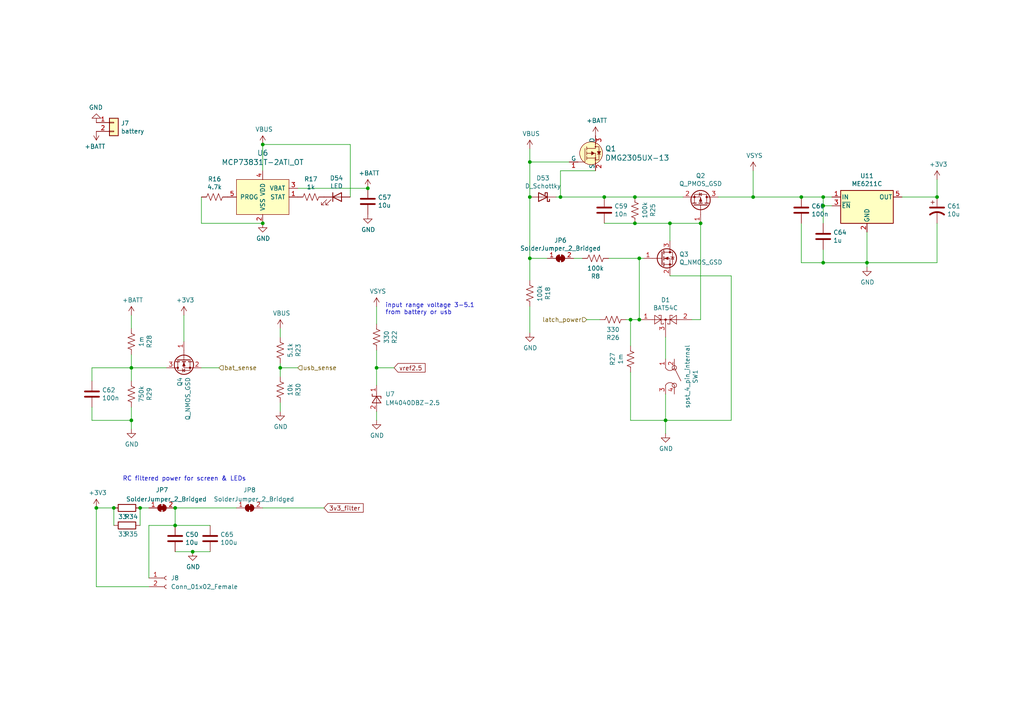
<source format=kicad_sch>
(kicad_sch (version 20231120) (generator "eeschema") (generator_version "8.0")
  (paper "A4")
  (title_block (title "Aud Calc") (date "2024-04-04") (rev "12") (company "Jonathan Brodsky") (comment 1 "Pocket Sound Calculator"))
  (lib_symbols
    (symbol "Connector:Conn_01x02_Female" (pin_names (offset 1.016) hide)
      (property "Reference" "J" (at 0 2.54 0))
      (property "Value" "Conn_01x02_Female" (at 0 -5.08 0))
      (symbol "Conn_01x02_Female_1_1"
        (arc (start 0 -2.032) (mid -0.5058 -2.54) (end 0 -3.048) (stroke (width 0.1524)))
        (polyline (pts (xy -1.27 -2.54) (xy -0.508 -2.54)) (stroke (width 0.1524)))
        (polyline (pts (xy -1.27 0) (xy -0.508 0)) (stroke (width 0.1524)))
        (arc (start 0 0.508) (mid -0.5058 0) (end 0 -0.508) (stroke (width 0.1524)))
        (pin passive line (at -5.08 0 0) (length 3.81) (name "Pin_1") (number "1"))
        (pin passive line (at -5.08 -2.54 0) (length 3.81) (name "Pin_2") (number "2"))
      )
    )
    (symbol "Connector_Generic:Conn_01x02" (pin_names (offset 1.016) hide)
      (property "Reference" "J" (at 0 2.54 0))
      (property "Value" "Conn_01x02" (at 0 -5.08 0))
      (symbol "Conn_01x02_1_1"
        (rectangle (start -1.27 -2.413) (end 0 -2.667) (stroke (width 0.1524)))
        (rectangle (start -1.27 0.127) (end 0 -0.127) (stroke (width 0.1524)))
        (rectangle (start -1.27 1.27) (end 1.27 -3.81) (stroke (width 0.254)) (fill (type background)))
        (pin passive line (at -5.08 0 0) (length 3.81) (name "Pin_1") (number "1"))
        (pin passive line (at -5.08 -2.54 0) (length 3.81) (name "Pin_2") (number "2"))
      )
    )
    (symbol "Device:C" (pin_numbers hide) (pin_names (offset 0.254))
      (property "Reference" "C" (at 0.635 2.54 0))
      (property "Value" "C" (at 0.635 -2.54 0))
      (symbol "C_0_1"
        (polyline (pts (xy -2.032 -0.762) (xy 2.032 -0.762)) (stroke (width 0.508)))
        (polyline (pts (xy -2.032 0.762) (xy 2.032 0.762)) (stroke (width 0.508)))
      )
      (symbol "C_1_1"
        (pin passive line (at 0 3.81 270) (length 2.794) (name "~") (number "1"))
        (pin passive line (at 0 -3.81 90) (length 2.794) (name "~") (number "2"))
      )
    )
    (symbol "Device:CP1" (pin_numbers hide) (pin_names (offset 0.254) hide)
      (property "Reference" "C" (at 0.635 2.54 0))
      (property "Value" "Device_CP1" (at 0.635 -2.54 0))
      (symbol "CP1_0_1"
        (polyline (pts (xy -2.032 0.762) (xy 2.032 0.762)) (stroke (width 0.508)))
        (polyline (pts (xy -1.778 2.286) (xy -0.762 2.286)))
        (polyline (pts (xy -1.27 1.778) (xy -1.27 2.794)))
        (arc (start 2.032 -1.27) (mid 0 -0.5572) (end -2.032 -1.27) (stroke (width 0.508)))
      )
      (symbol "CP1_1_1"
        (pin passive line (at 0 3.81 270) (length 2.794) (name "~") (number "1"))
        (pin passive line (at 0 -3.81 90) (length 3.302) (name "~") (number "2"))
      )
    )
    (symbol "Device:D_Schottky" (pin_numbers hide) (pin_names (offset 1.016) hide)
      (property "Reference" "D" (at 0 2.54 0))
      (property "Value" "D_Schottky" (at 0 -2.54 0))
      (symbol "D_Schottky_0_1"
        (polyline (pts (xy 1.27 0) (xy -1.27 0)))
        (polyline (pts (xy 1.27 1.27) (xy 1.27 -1.27) (xy -1.27 0) (xy 1.27 1.27)) (stroke (width 0.254)))
        (polyline (pts (xy -1.905 0.635) (xy -1.905 1.27) (xy -1.27 1.27) (xy -1.27 -1.27) (xy -0.635 -1.27) (xy -0.635 -0.635)) (stroke (width 0.254)))
      )
      (symbol "D_Schottky_1_1"
        (pin passive line (at -3.81 0 0) (length 2.54) (name "K") (number "1"))
        (pin passive line (at 3.81 0 180) (length 2.54) (name "A") (number "2"))
      )
    )
    (symbol "Device:LED" (pin_numbers hide) (pin_names (offset 1.016) hide)
      (property "Reference" "D" (at 0 2.54 0))
      (property "Value" "LED" (at 0 -2.54 0))
      (symbol "LED_0_1"
        (polyline (pts (xy -1.27 -1.27) (xy -1.27 1.27)) (stroke (width 0.254)))
        (polyline (pts (xy -1.27 0) (xy 1.27 0)))
        (polyline (pts (xy 1.27 -1.27) (xy 1.27 1.27) (xy -1.27 0) (xy 1.27 -1.27)) (stroke (width 0.254)))
        (polyline (pts (xy -3.048 -0.762) (xy -4.572 -2.286) (xy -3.81 -2.286) (xy -4.572 -2.286) (xy -4.572 -1.524)))
        (polyline (pts (xy -1.778 -0.762) (xy -3.302 -2.286) (xy -2.54 -2.286) (xy -3.302 -2.286) (xy -3.302 -1.524)))
      )
      (symbol "LED_1_1"
        (pin passive line (at -3.81 0 0) (length 2.54) (name "K") (number "1"))
        (pin passive line (at 3.81 0 180) (length 2.54) (name "A") (number "2"))
      )
    )
    (symbol "Device:Q_NMOS_GSD" (pin_names (offset 0) hide)
      (property "Reference" "Q" (at 5.08 1.27 0))
      (property "Value" "Q_NMOS_GSD" (at 5.08 -1.27 0))
      (symbol "Q_NMOS_GSD_0_1"
        (polyline (pts (xy 0.254 0) (xy -2.54 0)))
        (polyline (pts (xy 0.254 1.905) (xy 0.254 -1.905)) (stroke (width 0.254)))
        (polyline (pts (xy 0.762 -1.27) (xy 0.762 -2.286)) (stroke (width 0.254)))
        (polyline (pts (xy 0.762 0.508) (xy 0.762 -0.508)) (stroke (width 0.254)))
        (polyline (pts (xy 0.762 2.286) (xy 0.762 1.27)) (stroke (width 0.254)))
        (polyline (pts (xy 2.54 2.54) (xy 2.54 1.778)))
        (polyline (pts (xy 2.54 -2.54) (xy 2.54 0) (xy 0.762 0)))
        (polyline (pts (xy 0.762 -1.778) (xy 3.302 -1.778) (xy 3.302 1.778) (xy 0.762 1.778)))
        (polyline (pts (xy 1.016 0) (xy 2.032 0.381) (xy 2.032 -0.381) (xy 1.016 0)) (fill (type outline)))
        (polyline (pts (xy 2.794 0.508) (xy 2.921 0.381) (xy 3.683 0.381) (xy 3.81 0.254)))
        (polyline (pts (xy 3.302 0.381) (xy 2.921 -0.254) (xy 3.683 -0.254) (xy 3.302 0.381)))
        (circle (center 1.651 0) (radius 2.794) (stroke (width 0.254)))
        (circle (center 2.54 -1.778) (radius 0.254) (fill (type outline)))
        (circle (center 2.54 1.778) (radius 0.254) (fill (type outline)))
      )
      (symbol "Q_NMOS_GSD_1_1"
        (pin input line (at -5.08 0 0) (length 2.54) (name "G") (number "1"))
        (pin passive line (at 2.54 -5.08 90) (length 2.54) (name "S") (number "2"))
        (pin passive line (at 2.54 5.08 270) (length 2.54) (name "D") (number "3"))
      )
    )
    (symbol "Device:Q_PMOS_GSD" (pin_names (offset 0) hide)
      (property "Reference" "Q" (at 5.08 1.27 0))
      (property "Value" "Q_PMOS_GSD" (at 5.08 -1.27 0))
      (symbol "Q_PMOS_GSD_0_1"
        (polyline (pts (xy 0.254 0) (xy -2.54 0)))
        (polyline (pts (xy 0.254 1.905) (xy 0.254 -1.905)) (stroke (width 0.254)))
        (polyline (pts (xy 0.762 -1.27) (xy 0.762 -2.286)) (stroke (width 0.254)))
        (polyline (pts (xy 0.762 0.508) (xy 0.762 -0.508)) (stroke (width 0.254)))
        (polyline (pts (xy 0.762 2.286) (xy 0.762 1.27)) (stroke (width 0.254)))
        (polyline (pts (xy 2.54 2.54) (xy 2.54 1.778)))
        (polyline (pts (xy 2.54 -2.54) (xy 2.54 0) (xy 0.762 0)))
        (polyline (pts (xy 0.762 1.778) (xy 3.302 1.778) (xy 3.302 -1.778) (xy 0.762 -1.778)))
        (polyline (pts (xy 2.286 0) (xy 1.27 0.381) (xy 1.27 -0.381) (xy 2.286 0)) (fill (type outline)))
        (polyline (pts (xy 2.794 -0.508) (xy 2.921 -0.381) (xy 3.683 -0.381) (xy 3.81 -0.254)))
        (polyline (pts (xy 3.302 -0.381) (xy 2.921 0.254) (xy 3.683 0.254) (xy 3.302 -0.381)))
        (circle (center 1.651 0) (radius 2.794) (stroke (width 0.254)))
        (circle (center 2.54 -1.778) (radius 0.254) (fill (type outline)))
        (circle (center 2.54 1.778) (radius 0.254) (fill (type outline)))
      )
      (symbol "Q_PMOS_GSD_1_1"
        (pin input line (at -5.08 0 0) (length 2.54) (name "G") (number "1"))
        (pin passive line (at 2.54 -5.08 90) (length 2.54) (name "S") (number "2"))
        (pin passive line (at 2.54 5.08 270) (length 2.54) (name "D") (number "3"))
      )
    )
    (symbol "Device:R" (pin_numbers hide) (pin_names (offset 0))
      (property "Reference" "R" (at 2.032 0 90))
      (property "Value" "R" (at 0 0 90))
      (symbol "R_0_1"
        (rectangle (start -1.016 -2.54) (end 1.016 2.54) (stroke (width 0.254)))
      )
      (symbol "R_1_1"
        (pin passive line (at 0 3.81 270) (length 1.27) (name "~") (number "1"))
        (pin passive line (at 0 -3.81 90) (length 1.27) (name "~") (number "2"))
      )
    )
    (symbol "Device:R_US" (pin_numbers hide) (pin_names (offset 0))
      (property "Reference" "R" (at 2.54 0 90))
      (property "Value" "R_US" (at -2.54 0 90))
      (symbol "R_US_0_1"
        (polyline (pts (xy 0 -2.286) (xy 0 -2.54)))
        (polyline (pts (xy 0 2.286) (xy 0 2.54)))
        (polyline (pts (xy 0 -0.762) (xy 1.016 -1.143) (xy 0 -1.524) (xy -1.016 -1.905) (xy 0 -2.286)))
        (polyline (pts (xy 0 0.762) (xy 1.016 0.381) (xy 0 0) (xy -1.016 -0.381) (xy 0 -0.762)))
        (polyline (pts (xy 0 2.286) (xy 1.016 1.905) (xy 0 1.524) (xy -1.016 1.143) (xy 0 0.762)))
      )
      (symbol "R_US_1_1"
        (pin passive line (at 0 3.81 270) (length 1.27) (name "~") (number "1"))
        (pin passive line (at 0 -3.81 90) (length 1.27) (name "~") (number "2"))
      )
    )
    (symbol "Diode:BAT54C" (pin_names (offset 1.016))
      (property "Reference" "D" (at 0.635 -3.81 0))
      (property "Value" "BAT54C" (at -6.35 3.175 0))
      (symbol "BAT54C_0_1"
        (polyline (pts (xy -1.905 0) (xy 1.905 0)))
        (polyline (pts (xy -1.905 1.27) (xy -1.905 1.016)))
        (polyline (pts (xy -1.27 -1.27) (xy -0.635 -1.27)))
        (polyline (pts (xy -1.27 0) (xy -3.81 0)))
        (polyline (pts (xy -1.27 1.27) (xy -1.905 1.27)))
        (polyline (pts (xy -1.27 1.27) (xy -1.27 -1.27)))
        (polyline (pts (xy -0.635 -1.27) (xy -0.635 -1.016)))
        (polyline (pts (xy 0.635 -1.27) (xy 0.635 -1.016)))
        (polyline (pts (xy 1.27 -1.27) (xy 0.635 -1.27)))
        (polyline (pts (xy 1.27 1.27) (xy 1.27 -1.27)))
        (polyline (pts (xy 1.27 1.27) (xy 1.905 1.27)))
        (polyline (pts (xy 1.905 1.27) (xy 1.905 1.016)))
        (polyline (pts (xy 3.81 0) (xy 1.27 0)))
        (polyline (pts (xy -3.175 -1.27) (xy -3.175 1.27) (xy -1.27 0) (xy -3.175 -1.27)))
        (polyline (pts (xy 3.175 -1.27) (xy 3.175 1.27) (xy 1.27 0) (xy 3.175 -1.27)))
        (circle (center 0 0) (radius 0.254) (fill (type outline)))
      )
      (symbol "BAT54C_1_1"
        (pin passive line (at -7.62 0 0) (length 3.81) (name "~") (number "1"))
        (pin passive line (at 7.62 0 180) (length 3.81) (name "~") (number "2"))
        (pin passive line (at 0 -5.08 90) (length 5.08) (name "~") (number "3"))
      )
    )
    (symbol "Jumper:SolderJumper_2_Bridged" (pin_names (offset 0) hide)
      (property "Reference" "JP" (at 0 2.032 0))
      (property "Value" "SolderJumper_2_Bridged" (at 0 -2.54 0))
      (symbol "SolderJumper_2_Bridged_0_1"
        (rectangle (start -0.508 0.508) (end 0.508 -0.508) (fill (type outline)))
        (arc (start -0.254 1.016) (mid -1.2655 0) (end -0.254 -1.016))
        (arc (start -0.254 1.016) (mid -1.2655 0) (end -0.254 -1.016) (fill (type outline)))
        (polyline (pts (xy -0.254 1.016) (xy -0.254 -1.016)))
        (polyline (pts (xy 0.254 1.016) (xy 0.254 -1.016)))
        (arc (start 0.254 -1.016) (mid 1.2655 0) (end 0.254 1.016))
        (arc (start 0.254 -1.016) (mid 1.2655 0) (end 0.254 1.016) (fill (type outline)))
      )
      (symbol "SolderJumper_2_Bridged_1_1"
        (pin passive line (at -3.81 0 0) (length 2.54) (name "A") (number "1"))
        (pin passive line (at 3.81 0 180) (length 2.54) (name "B") (number "2"))
      )
    )
    (symbol "Reference_Voltage:LM4040DBZ-2.5" (pin_names (offset 0.0254) hide)
      (property "Reference" "U" (at 0 2.54 0))
      (property "Value" "LM4040DBZ-2.5" (at 0 -3.175 0))
      (symbol "LM4040DBZ-2.5_0_1"
        (polyline (pts (xy -1.27 0) (xy 0 0) (xy 1.27 0)))
        (polyline (pts (xy -1.27 -1.27) (xy 0.635 0) (xy -1.27 1.27) (xy -1.27 -1.27)) (stroke (width 0.2032)))
        (polyline (pts (xy 0 -1.27) (xy 0.635 -1.27) (xy 0.635 1.27) (xy 1.27 1.27)) (stroke (width 0.2032)))
      )
      (symbol "LM4040DBZ-2.5_1_1"
        (pin passive line (at 3.81 0 180) (length 2.54) (name "K") (number "1"))
        (pin passive line (at -3.81 0 0) (length 2.54) (name "A") (number "2"))
      )
    )
    (symbol "VSYS_1" (power) (pin_names (offset 0))
      (property "Value" "VSYS_1" (at 0.381 4.3942 0))
      (symbol "VSYS_1_0_1"
        (polyline (pts (xy -0.762 1.27) (xy 0 2.54)))
        (polyline (pts (xy 0 0) (xy 0 2.54)))
        (polyline (pts (xy 0 2.54) (xy 0.762 1.27)))
      )
      (symbol "VSYS_1_1_1"
        (pin power_in line (at 0 0 90) (length 0) hide (name "VSYS") (number "1"))
      )
    )
    (symbol "customLibrary:ME6211C" (pin_names (offset 0.254))
      (property "Reference" "U" (at -6.35 5.715 0))
      (property "Value" "customLibrary_ME6211C" (at 0 5.715 0))
      (symbol "ME6211C_0_1"
        (rectangle (start -7.62 4.445) (end 7.62 -5.08) (stroke (width 0.254)) (fill (type background)))
      )
      (symbol "ME6211C_1_1"
        (pin power_in line (at -10.16 2.54 0) (length 2.54) (name "IN") (number "1"))
        (pin power_in line (at 0 -7.62 90) (length 2.54) (name "GND") (number "2"))
        (pin input line (at -10.16 0 0) (length 2.54) (name "~{EN}") (number "3"))
        (pin no_connect line (at 10.16 0 180) (length 2.54) hide (name "NC") (number "4"))
        (pin power_out line (at 10.16 2.54 180) (length 2.54) (name "OUT") (number "5"))
      )
    )
    (symbol "customLibrary:spst_4_pin_internal" (pin_names (offset 1.016))
      (property "Reference" "SW" (at 1.905 0 0))
      (property "Value" "customLibrary_spst_4_pin_internal" (at 1.905 0 0))
      (symbol "spst_4_pin_internal_0_1"
        (arc (start -2.54 1.27) (mid -1.7551 2.54) (end -2.54 3.81))
        (circle (center -2.54 3.81) (radius 0.635))
        (polyline (pts (xy -2.54 3.81) (xy 1.27 5.715)))
        (arc (start 2.54 3.81) (mid 1.7551 2.54) (end 2.54 1.27))
        (circle (center 2.54 3.81) (radius 0.635))
      )
      (symbol "spst_4_pin_internal_1_1"
        (pin power_in line (at -5.08 1.27 0) (length 2.54) (name "~") (number "1"))
        (pin power_in line (at -5.08 3.81 0) (length 2.54) (name "~") (number "2"))
        (pin power_in line (at 5.08 1.27 180) (length 2.54) (name "~") (number "3"))
        (pin power_in line (at 5.08 3.81 180) (length 2.54) (name "~") (number "4"))
      )
    )
    (symbol "dk_PMIC-Battery-Chargers:MCP73831T-2ATI_OT" (pin_names (offset 1.016))
      (property "Reference" "U" (at -5.08 3.556 0))
      (property "Value" "dk_PMIC-Battery-Chargers_MCP73831T-2ATI_OT" (at 0.254 -8.89 0))
      (symbol "MCP73831T-2ATI_OT_0_1"
        (rectangle (start 7.62 2.54) (end -7.62 -7.62) (fill (type background)))
      )
      (symbol "MCP73831T-2ATI_OT_1_1"
        (pin output line (at 10.16 -2.54 180) (length 2.54) (name "STAT") (number "1"))
        (pin power_in line (at 0 -10.16 90) (length 2.54) (name "VSS") (number "2"))
        (pin power_out line (at 10.16 0 180) (length 2.54) (name "VBAT") (number "3"))
        (pin power_in line (at 0 5.08 270) (length 2.54) (name "VDD") (number "4"))
        (pin input line (at -10.16 -2.54 0) (length 2.54) (name "PROG") (number "5"))
      )
    )
    (symbol "dk_Transistors-FETs-MOSFETs-Single:DMG2305UX-13" (pin_names (offset 0))
      (property "Reference" "Q" (at -2.6924 3.6322 0))
      (property "Value" "dk_Transistors-FETs-MOSFETs-Single_DMG2305UX-13" (at 3.4544 0 90))
      (symbol "DMG2305UX-13_0_1"
        (circle (center -1.27 0) (radius 3.302) (fill (type background)))
        (circle (center 0 -1.905) (radius 0.127))
        (circle (center 0 -1.397) (radius 0.127))
        (polyline (pts (xy 0 -1.397) (xy -2.54 -1.397)))
        (polyline (pts (xy -5.08 -2.54) (xy -3.048 -2.54) (xy -3.048 1.397)))
        (polyline (pts (xy 0 -2.54) (xy 0 0) (xy -2.54 0)))
        (polyline (pts (xy 0 2.54) (xy 0 1.397) (xy -2.54 1.397)))
        (polyline (pts (xy -0.127 -1.905) (xy 1.016 -1.905) (xy 1.016 1.397) (xy 1.016 1.905) (xy -0.127 1.905)))
        (circle (center 0 1.905) (radius 0.127))
      )
      (symbol "DMG2305UX-13_1_1"
        (polyline (pts (xy -2.54 -1.397) (xy -2.54 -1.905)))
        (polyline (pts (xy -2.54 -1.397) (xy -2.54 -0.889)))
        (polyline (pts (xy -2.54 0) (xy -2.54 -0.508)))
        (polyline (pts (xy -2.54 0) (xy -2.54 0.508)))
        (polyline (pts (xy -2.54 1.905) (xy -2.54 0.889)))
        (polyline (pts (xy 1.524 -0.254) (xy 0.508 -0.254)))
        (polyline (pts (xy -0.381 0) (xy -1.143 0.508) (xy -1.143 -0.508) (xy -0.381 0)) (fill (type outline)))
        (polyline (pts (xy 1.016 -0.254) (xy 1.524 0.508) (xy 0.508 0.508) (xy 1.016 -0.254)) (fill (type outline)))
        (pin bidirectional line (at -7.62 -2.54 0) (length 2.54) (name "G") (number "1"))
        (pin bidirectional line (at 0 -5.08 90) (length 2.54) (name "S") (number "2"))
        (pin bidirectional line (at 0 5.08 270) (length 2.54) (name "D") (number "3"))
      )
    )
    (symbol "power:+3.3V" (power) (pin_names (offset 0))
      (property "Value" "+3.3V" (at 0 3.556 0))
      (symbol "+3.3V_0_1"
        (polyline (pts (xy -0.762 1.27) (xy 0 2.54)))
        (polyline (pts (xy 0 0) (xy 0 2.54)))
        (polyline (pts (xy 0 2.54) (xy 0.762 1.27)))
      )
      (symbol "+3.3V_1_1"
        (pin power_in line (at 0 0 90) (length 0) hide (name "+3V3") (number "1"))
      )
    )
    (symbol "power:+3V3" (power) (pin_names (offset 0))
      (property "Value" "+3V3" (at 0 3.556 0))
      (symbol "+3V3_0_1"
        (polyline (pts (xy -0.762 1.27) (xy 0 2.54)))
        (polyline (pts (xy 0 0) (xy 0 2.54)))
        (polyline (pts (xy 0 2.54) (xy 0.762 1.27)))
      )
      (symbol "+3V3_1_1"
        (pin power_in line (at 0 0 90) (length 0) hide (name "+3V3") (number "1"))
      )
    )
    (symbol "power:+BATT" (power) (pin_names (offset 0))
      (property "Value" "+BATT" (at 0 3.556 0))
      (symbol "+BATT_0_1"
        (polyline (pts (xy -0.762 1.27) (xy 0 2.54)))
        (polyline (pts (xy 0 0) (xy 0 2.54)))
        (polyline (pts (xy 0 2.54) (xy 0.762 1.27)))
      )
      (symbol "+BATT_1_1"
        (pin power_in line (at 0 0 90) (length 0) hide (name "+BATT") (number "1"))
      )
    )
    (symbol "power:GND" (power) (pin_names (offset 0))
      (property "Value" "GND" (at 0 -3.81 0))
      (symbol "GND_0_1"
        (polyline (pts (xy 0 0) (xy 0 -1.27) (xy 1.27 -1.27) (xy 0 -2.54) (xy -1.27 -1.27) (xy 0 -1.27)))
      )
      (symbol "GND_1_1"
        (pin power_in line (at 0 0 270) (length 0) hide (name "GND") (number "1"))
      )
    )
    (symbol "power:VBUS" (power) (pin_names (offset 0))
      (property "Value" "VBUS" (at 0 3.81 0))
      (symbol "VBUS_0_1"
        (polyline (pts (xy -0.762 1.27) (xy 0 2.54)))
        (polyline (pts (xy 0 0) (xy 0 2.54)))
        (polyline (pts (xy 0 2.54) (xy 0.762 1.27)))
      )
      (symbol "VBUS_1_1"
        (pin power_in line (at 0 0 90) (length 0) hide (name "VBUS") (number "1"))
      )
    )
  )
  (junction (at 162.56 57.15))
  (junction (at 184.15 57.15))
  (junction (at 76.2 41.91))
  (junction (at 106.68 54.61))
  (junction (at 153.67 57.15))
  (junction (at 185.42 92.71))
  (junction (at 50.8 152.4))
  (junction (at 76.2 64.77))
  (junction (at 50.8 147.32))
  (junction (at 251.46 76.2))
  (junction (at 38.1 106.68))
  (junction (at 40.64 147.32))
  (junction (at 193.04 121.92))
  (junction (at 185.42 74.93))
  (junction (at 238.76 57.15))
  (junction (at 38.1 121.92))
  (junction (at 81.28 106.68))
  (junction (at 184.15 64.77))
  (junction (at 238.76 76.2))
  (junction (at 55.88 160.02))
  (junction (at 194.31 64.77))
  (junction (at 218.44 57.15))
  (junction (at 27.94 147.32))
  (junction (at 33.02 147.32))
  (junction (at 175.26 57.15))
  (junction (at 109.22 106.68))
  (junction (at 153.67 46.99))
  (junction (at 153.67 74.93))
  (junction (at 203.2 64.77))
  (junction (at 238.76 59.69))
  (junction (at 232.41 57.15))
  (junction (at 271.78 57.15))
  (junction (at 182.88 92.71))
  (wire (pts (xy 181.61 92.71) (xy 182.88 92.71)))
  (wire (pts (xy 27.94 147.32) (xy 27.94 170.18)))
  (wire (pts (xy 182.88 107.95) (xy 182.88 121.92)))
  (wire (pts (xy 76.2 41.91) (xy 101.6 41.91)))
  (wire (pts (xy 153.67 74.93) (xy 153.67 81.28)))
  (wire (pts (xy 43.18 152.4) (xy 50.8 152.4)))
  (wire (pts (xy 173.99 92.71) (xy 170.18 92.71)))
  (wire (pts (xy 109.22 88.9) (xy 109.22 93.98)))
  (wire (pts (xy 50.8 147.32) (xy 50.8 152.4)))
  (wire (pts (xy 40.64 147.32) (xy 40.64 152.4)))
  (wire (pts (xy 182.88 92.71) (xy 182.88 100.33)))
  (wire (pts (xy 193.04 121.92) (xy 212.09 121.92)))
  (wire (pts (xy 38.1 118.11) (xy 38.1 121.92)))
  (wire (pts (xy 58.42 106.68) (xy 63.5 106.68)))
  (wire (pts (xy 58.42 64.77) (xy 76.2 64.77)))
  (wire (pts (xy 176.53 74.93) (xy 185.42 74.93)))
  (wire (pts (xy 33.02 147.32) (xy 33.02 152.4)))
  (wire (pts (xy 43.18 147.32) (xy 40.64 147.32)))
  (wire (pts (xy 238.76 57.15) (xy 241.3 57.15)))
  (wire (pts (xy 153.67 43.18) (xy 153.67 46.99)))
  (wire (pts (xy 203.2 92.71) (xy 200.66 92.71)))
  (wire (pts (xy 271.78 64.77) (xy 271.78 76.2)))
  (wire (pts (xy 55.88 160.02) (xy 60.96 160.02)))
  (wire (pts (xy 153.67 46.99) (xy 153.67 57.15)))
  (wire (pts (xy 76.2 49.53) (xy 76.2 41.91)))
  (wire (pts (xy 182.88 121.92) (xy 193.04 121.92)))
  (wire (pts (xy 271.78 76.2) (xy 251.46 76.2)))
  (wire (pts (xy 182.88 92.71) (xy 185.42 92.71)))
  (wire (pts (xy 50.8 147.32) (xy 68.58 147.32)))
  (wire (pts (xy 261.62 57.15) (xy 271.78 57.15)))
  (wire (pts (xy 162.56 57.15) (xy 175.26 57.15)))
  (wire (pts (xy 38.1 106.68) (xy 26.67 106.68)))
  (wire (pts (xy 232.41 76.2) (xy 238.76 76.2)))
  (wire (pts (xy 184.15 64.77) (xy 194.31 64.77)))
  (wire (pts (xy 186.69 74.93) (xy 185.42 74.93)))
  (wire (pts (xy 43.18 167.64) (xy 43.18 152.4)))
  (wire (pts (xy 38.1 95.25) (xy 38.1 91.44)))
  (wire (pts (xy 194.31 80.01) (xy 212.09 80.01)))
  (wire (pts (xy 184.15 57.15) (xy 198.12 57.15)))
  (wire (pts (xy 218.44 57.15) (xy 232.41 57.15)))
  (wire (pts (xy 153.67 57.15) (xy 153.67 74.93)))
  (wire (pts (xy 161.29 57.15) (xy 162.56 57.15)))
  (wire (pts (xy 58.42 57.15) (xy 58.42 64.77)))
  (wire (pts (xy 168.91 74.93) (xy 166.37 74.93)))
  (wire (pts (xy 153.67 88.9) (xy 153.67 96.52)))
  (wire (pts (xy 251.46 67.31) (xy 251.46 76.2)))
  (wire (pts (xy 193.04 97.79) (xy 193.04 104.14)))
  (wire (pts (xy 172.72 49.53) (xy 162.56 49.53)))
  (wire (pts (xy 109.22 119.38) (xy 109.22 121.92)))
  (wire (pts (xy 27.94 147.32) (xy 33.02 147.32)))
  (wire (pts (xy 208.28 57.15) (xy 218.44 57.15)))
  (wire (pts (xy 162.56 49.53) (xy 162.56 57.15)))
  (wire (pts (xy 212.09 80.01) (xy 212.09 121.92)))
  (wire (pts (xy 218.44 57.15) (xy 218.44 49.53)))
  (wire (pts (xy 185.42 74.93) (xy 185.42 92.71)))
  (wire (pts (xy 175.26 57.15) (xy 184.15 57.15)))
  (wire (pts (xy 153.67 46.99) (xy 165.1 46.99)))
  (wire (pts (xy 50.8 160.02) (xy 55.88 160.02)))
  (wire (pts (xy 193.04 114.3) (xy 193.04 121.92)))
  (wire (pts (xy 232.41 57.15) (xy 238.76 57.15)))
  (wire (pts (xy 38.1 121.92) (xy 38.1 124.46)))
  (wire (pts (xy 81.28 105.41) (xy 81.28 106.68)))
  (wire (pts (xy 175.26 64.77) (xy 184.15 64.77)))
  (wire (pts (xy 81.28 106.68) (xy 81.28 109.22)))
  (wire (pts (xy 81.28 95.25) (xy 81.28 97.79)))
  (wire (pts (xy 193.04 121.92) (xy 193.04 125.73)))
  (wire (pts (xy 238.76 59.69) (xy 238.76 64.77)))
  (wire (pts (xy 158.75 74.93) (xy 153.67 74.93)))
  (wire (pts (xy 26.67 121.92) (xy 38.1 121.92)))
  (wire (pts (xy 86.36 106.68) (xy 81.28 106.68)))
  (wire (pts (xy 109.22 101.6) (xy 109.22 106.68)))
  (wire (pts (xy 26.67 118.11) (xy 26.67 121.92)))
  (wire (pts (xy 109.22 106.68) (xy 114.3 106.68)))
  (wire (pts (xy 101.6 41.91) (xy 101.6 57.15)))
  (wire (pts (xy 241.3 59.69) (xy 238.76 59.69)))
  (wire (pts (xy 251.46 76.2) (xy 251.46 77.47)))
  (wire (pts (xy 194.31 64.77) (xy 203.2 64.77)))
  (wire (pts (xy 48.26 106.68) (xy 38.1 106.68)))
  (wire (pts (xy 109.22 106.68) (xy 109.22 111.76)))
  (wire (pts (xy 232.41 64.77) (xy 232.41 76.2)))
  (wire (pts (xy 194.31 64.77) (xy 194.31 69.85)))
  (wire (pts (xy 27.94 170.18) (xy 43.18 170.18)))
  (wire (pts (xy 38.1 102.87) (xy 38.1 106.68)))
  (wire (pts (xy 238.76 76.2) (xy 251.46 76.2)))
  (wire (pts (xy 86.36 54.61) (xy 106.68 54.61)))
  (wire (pts (xy 271.78 52.07) (xy 271.78 57.15)))
  (wire (pts (xy 238.76 72.39) (xy 238.76 76.2)))
  (wire (pts (xy 81.28 116.84) (xy 81.28 119.38)))
  (wire (pts (xy 50.8 152.4) (xy 60.96 152.4)))
  (wire (pts (xy 26.67 106.68) (xy 26.67 110.49)))
  (wire (pts (xy 53.34 99.06) (xy 53.34 91.44)))
  (wire (pts (xy 203.2 64.77) (xy 203.2 92.71)))
  (wire (pts (xy 38.1 106.68) (xy 38.1 110.49)))
  (wire (pts (xy 76.2 147.32) (xy 93.98 147.32)))
  (wire (pts (xy 238.76 59.69) (xy 238.76 57.15)))
  (text "RC filtered power for screen & LEDs" (at 35.56 139.7 0) (effects (font (size 1.27 1.27)) (justify left bottom)))
  (text "input range voltage 3-5.1\nfrom battery or usb" (at 111.76 91.44 0) (effects (font (size 1.27 1.27)) (justify left bottom)))
  (global_label "3v3_filter" (shape input) (at 93.98 147.32 0) (property "Intersheetrefs" "${INTERSHEET_REFS}" (effects (hide yes))))
  (global_label "vref2.5" (shape input) (at 114.3 106.68 0) (property "Intersheetrefs" "${INTERSHEET_REFS}" (effects (hide yes))))
  (hierarchical_label "bat_sense" (shape input) (at 63.5 106.68 0))
  (hierarchical_label "latch_power" (shape input) (at 170.18 92.71 180))
  (hierarchical_label "usb_sense" (shape input) (at 86.36 106.68 0))
  (symbol (lib_id "Device:R_US") (at 184.15 60.96 180) (unit 1)
    (property "Reference" "R25" (at 189.357 60.96 90))
    (property "Value" "100k" (at 187.0456 60.96 90))
    (property "Footprint" "Resistor_SMD:R_0402_1005Metric" (effects (hide yes)))
    (property "LCSC" "C25741" (effects (hide yes)))
    (property "checked" "1" (effects (hide yes)))
  )
  (symbol (lib_id "Device:C") (at 175.26 60.96 0) (unit 1)
    (property "Reference" "C59" (at 178.181 59.7916 0) (effects (justify left)))
    (property "Value" "10n" (at 178.181 62.103 0) (effects (justify left)))
    (property "Footprint" "Capacitor_SMD:C_0402_1005Metric" (effects (hide yes)))
    (property "LCSC" "C15195" (effects (hide yes)))
    (property "checked" "1" (effects (hide yes)))
  )
  (symbol (lib_id "Device:Q_PMOS_GSD") (at 203.2 59.69 270) (mirror x) (unit 1)
    (property "Reference" "Q2" (at 203.2 50.9778 90))
    (property "Value" "Q_PMOS_GSD" (at 203.2 53.2892 90))
    (property "Footprint" "TO_SOT_Packages_SMD:SOT-23" (effects (hide yes)))
    (property "LCSC" "C15127" (effects (hide yes)))
    (property "checked" "1" (effects (hide yes)))
  )
  (symbol (lib_id "Device:C") (at 232.41 60.96 0) (unit 1)
    (property "Reference" "C60" (at 235.331 59.7916 0) (effects (justify left)))
    (property "Value" "100n" (at 235.331 62.103 0) (effects (justify left)))
    (property "Footprint" "Capacitor_SMD:C_0402_1005Metric" (effects (hide yes)))
    (property "LCSC" "C307331" (effects (hide yes)))
    (property "checked" "1" (effects (hide yes)))
  )
  (symbol (lib_id "Device:Q_NMOS_GSD") (at 191.77 74.93 0) (unit 1)
    (property "Reference" "Q3" (at 197.0024 73.7616 0) (effects (justify left)))
    (property "Value" "Q_NMOS_GSD" (at 197.0024 76.073 0) (effects (justify left)))
    (property "Footprint" "TO_SOT_Packages_SMD:SOT-23" (effects (hide yes)))
    (property "LCSC" "C79015" (effects (hide yes)))
    (property "checked" "1" (effects (hide yes)))
  )
  (symbol (lib_id "Device:R_US") (at 177.8 92.71 90) (unit 1)
    (property "Reference" "R26" (at 177.8 97.917 90))
    (property "Value" "330" (at 177.8 95.6056 90))
    (property "Footprint" "Resistor_SMD:R_0402_1005Metric" (effects (hide yes)))
    (property "LCSC" "C25104" (effects (hide yes)))
    (property "checked" "1" (effects (hide yes)))
  )
  (symbol (lib_id "Diode:BAT54C") (at 193.04 92.71 0) (unit 1)
    (property "Reference" "D1" (at 193.04 86.995 0))
    (property "Value" "BAT54C" (at 193.04 89.3064 0))
    (property "Footprint" "TO_SOT_Packages_SMD:SOT-23" (effects (hide yes)))
    (property "Datasheet" "http://www.diodes.com/_files/datasheets/ds11005.pdf" (effects (hide yes)))
    (property "LCSC" "C37704" (effects (hide yes)))
    (property "checked" "1" (effects (hide yes)))
  )
  (symbol (lib_id "customLibrary:spst_4_pin_internal") (at 191.77 109.22 270) (unit 1)
    (property "Reference" "SW1" (at 201.676 109.22 0))
    (property "Value" "spst_4_pin_internal" (at 199.3646 109.22 0))
    (property "Footprint" "MyLibrary:ts1187" (effects (hide yes)))
    (property "LCSC" "C318884" (effects (hide yes)))
    (property "checked" "1" (effects (hide yes)))
  )
  (symbol (lib_id "power:GND") (at 193.04 125.73 0) (unit 1)
    (property "Reference" "#PWR0120" (effects (hide yes)))
    (property "Value" "GND" (at 193.167 130.1242 0))
  )
  (symbol (lib_id "Device:R_US") (at 182.88 104.14 0) (unit 1)
    (property "Reference" "R27" (at 177.673 104.14 90))
    (property "Value" "1m" (at 179.9844 104.14 90))
    (property "Footprint" "Resistor_SMD:R_0402_1005Metric" (effects (hide yes)))
    (property "LCSC" "C26083" (effects (hide yes)))
    (property "checked" "1" (effects (hide yes)))
  )
  (symbol (lib_id "Device:CP1") (at 271.78 60.96 0) (unit 1)
    (property "Reference" "C61" (at 274.701 59.7916 0) (effects (justify left)))
    (property "Value" "10u" (at 274.701 62.103 0) (effects (justify left)))
    (property "Footprint" "Capacitor_SMD:C_0402_1005Metric" (effects (hide yes)))
    (property "LCSC" "C15525" (effects (hide yes)))
    (property "checked" "1" (effects (hide yes)))
  )
  (symbol (lib_id "power:GND") (at 251.46 77.47 0) (unit 1)
    (property "Reference" "#PWR0121" (effects (hide yes)))
    (property "Value" "GND" (at 251.587 81.8642 0))
  )
  (symbol (lib_id "power:+3V3") (at 271.78 52.07 0) (unit 1)
    (property "Reference" "#PWR0122" (effects (hide yes)))
    (property "Value" "+3V3" (at 272.161 47.6758 0))
  )
  (symbol (lib_id "Device:Q_NMOS_GSD") (at 53.34 104.14 90) (mirror x) (unit 1)
    (property "Reference" "Q4" (at 52.1716 109.3724 0) (effects (justify left)))
    (property "Value" "Q_NMOS_GSD" (at 54.483 109.3724 0) (effects (justify left)))
    (property "Footprint" "TO_SOT_Packages_SMD:SOT-23" (effects (hide yes)))
    (property "LCSC" "C79015" (effects (hide yes)))
    (property "checked" "1" (effects (hide yes)))
  )
  (symbol (lib_id "Device:R_US") (at 38.1 99.06 180) (unit 1)
    (property "Reference" "R28" (at 43.307 99.06 90))
    (property "Value" "1m" (at 40.9956 99.06 90))
    (property "Footprint" "Resistor_SMD:R_0402_1005Metric" (effects (hide yes)))
    (property "LCSC" "C26083" (effects (hide yes)))
    (property "checked" "1" (effects (hide yes)))
  )
  (symbol (lib_id "Device:R_US") (at 38.1 114.3 180) (unit 1)
    (property "Reference" "R29" (at 43.307 114.3 90))
    (property "Value" "750k" (at 40.9956 114.3 90))
    (property "Footprint" "RandomJunk:C_0603_nosilk" (effects (hide yes)))
    (property "LCSC" "C23240" (effects (hide yes)))
    (property "checked" "1" (effects (hide yes)))
  )
  (symbol (lib_id "power:+3V3") (at 53.34 91.44 0) (unit 1)
    (property "Reference" "#PWR0123" (effects (hide yes)))
    (property "Value" "+3V3" (at 53.721 87.0458 0))
  )
  (symbol (lib_id "power:+BATT") (at 38.1 91.44 0) (unit 1)
    (property "Reference" "#PWR0124" (effects (hide yes)))
    (property "Value" "+BATT" (at 38.481 87.0458 0))
  )
  (symbol (lib_id "Device:C") (at 26.67 114.3 0) (unit 1)
    (property "Reference" "C62" (at 29.591 113.1316 0) (effects (justify left)))
    (property "Value" "100n" (at 29.591 115.443 0) (effects (justify left)))
    (property "Footprint" "Capacitor_SMD:C_0402_1005Metric" (effects (hide yes)))
    (property "LCSC" "C307331" (effects (hide yes)))
    (property "checked" "1" (effects (hide yes)))
  )
  (symbol (lib_id "power:GND") (at 38.1 124.46 0) (unit 1)
    (property "Reference" "#PWR0125" (effects (hide yes)))
    (property "Value" "GND" (at 38.227 128.8542 0))
  )
  (symbol (lib_id "customLibrary:ME6211C") (at 251.46 59.69 0) (unit 1)
    (property "Reference" "U11" (at 251.46 51.0032 0))
    (property "Value" "ME6211C" (at 251.46 53.3146 0))
    (property "Footprint" "TO_SOT_Packages_SMD:SOT-23-5" (effects (hide yes)))
    (property "Datasheet" "http://www.ti.com/lit/ds/symlink/tps769.pdf" (effects (hide yes)))
    (property "LCSC" "C82942" (effects (hide yes)))
    (property "checked" "1" (effects (hide yes)))
  )
  (symbol (lib_id "Device:C") (at 238.76 68.58 0) (unit 1)
    (property "Reference" "C64" (at 241.681 67.4116 0) (effects (justify left)))
    (property "Value" "1u" (at 241.681 69.723 0) (effects (justify left)))
    (property "Footprint" "Capacitor_SMD:C_0402_1005Metric" (effects (hide yes)))
    (property "LCSC" "C52923" (effects (hide yes)))
    (property "checked" "1" (effects (hide yes)))
  )
  (symbol (lib_name "VSYS_1") (lib_id "customLibrary:VSYS") (at 218.44 49.53 0) (unit 1)
    (property "Reference" "#PWR0126" (effects (hide yes)))
    (property "Value" "VSYS" (at 218.821 45.1358 0))
  )
  (symbol (lib_id "Device:R_US") (at 172.72 74.93 90) (unit 1)
    (property "Reference" "R8" (at 172.72 80.137 90))
    (property "Value" "100k" (at 172.72 77.8256 90))
    (property "Footprint" "Resistor_SMD:R_0402_1005Metric" (effects (hide yes)))
    (property "LCSC" "C25741" (effects (hide yes)))
    (property "checked" "1" (effects (hide yes)))
  )
  (symbol (lib_id "Jumper:SolderJumper_2_Bridged") (at 162.56 74.93 0) (unit 1)
    (property "Reference" "JP6" (at 162.56 69.723 0))
    (property "Value" "SolderJumper_2_Bridged" (at 162.56 72.0344 0))
    (property "Footprint" "Jumper:SolderJumper-2_P1.3mm_Bridged_Pad1.0x1.5mm" (effects (hide yes)))
  )
  (symbol (lib_id "power:+BATT") (at 172.72 39.37 0) (unit 1)
    (property "Reference" "#PWR041" (effects (hide yes)))
    (property "Value" "+BATT" (at 173.101 34.9758 0))
  )
  (symbol (lib_id "power:+BATT") (at 27.94 38.1 180) (unit 1)
    (property "Reference" "#PWR046" (effects (hide yes)))
    (property "Value" "+BATT" (at 27.559 42.4942 0))
  )
  (symbol (lib_id "power:GND") (at 27.94 35.56 180) (unit 1)
    (property "Reference" "#PWR050" (effects (hide yes)))
    (property "Value" "GND" (at 27.813 31.1658 0))
  )
  (symbol (lib_id "Connector_Generic:Conn_01x02") (at 33.02 35.56 0) (unit 1)
    (property "Reference" "J7" (at 35.052 35.7632 0) (effects (justify left)))
    (property "Value" "battery" (at 35.052 38.0746 0) (effects (justify left)))
    (property "Footprint" "Connectors_JST:JST_PH_S2B-PH-SM4-TB_02x2.00mm_Angled" (effects (hide yes)))
  )
  (symbol (lib_id "Device:R_US") (at 153.67 85.09 180) (unit 1)
    (property "Reference" "R18" (at 158.877 85.09 90))
    (property "Value" "100k" (at 156.5656 85.09 90))
    (property "Footprint" "Resistor_SMD:R_0402_1005Metric" (effects (hide yes)))
    (property "LCSC" "C25741" (effects (hide yes)))
    (property "checked" "1" (effects (hide yes)))
  )
  (symbol (lib_id "power:GND") (at 153.67 96.52 0) (unit 1)
    (property "Reference" "#PWR048" (effects (hide yes)))
    (property "Value" "GND" (at 153.797 100.9142 0))
  )
  (symbol (lib_id "Device:R_US") (at 62.23 57.15 270) (unit 1)
    (property "Reference" "R16" (at 62.23 51.943 90))
    (property "Value" "4.7k" (at 62.23 54.2544 90))
    (property "Footprint" "Resistor_SMD:R_0402_1005Metric" (effects (hide yes)))
    (property "LCSC" "C25900" (effects (hide yes)))
    (property "checked" "1" (effects (hide yes)))
  )
  (symbol (lib_id "dk_PMIC-Battery-Chargers:MCP73831T-2ATI_OT") (at 76.2 54.61 0) (unit 1)
    (property "Reference" "U6" (at 76.2 44.3738 0) (effects (font (size 1.524 1.524))))
    (property "Value" "MCP73831T-2ATI_OT" (at 76.2 47.0662 0) (effects (font (size 1.524 1.524))))
    (property "Footprint" "TO_SOT_Packages_SMD:SOT-23-5" (effects (hide yes)))
    (property "Datasheet" "http://ww1.microchip.com/downloads/en/DeviceDoc/20001984g.pdf" (effects (hide yes)))
    (property "Category" "Integrated Circuits (ICs)" (effects (hide yes)))
    (property "LCSC" "C14879" (effects (hide yes)))
    (property "checked" "1" (effects (hide yes)))
  )
  (symbol (lib_id "Device:D_Schottky") (at 157.48 57.15 180) (unit 1)
    (property "Reference" "D53" (at 157.48 51.6636 0))
    (property "Value" "D_Schottky" (at 157.48 53.975 0))
    (property "Footprint" "Diodes_SMD:D_SMA" (effects (hide yes)))
    (property "LCSC" "C14996" (effects (hide yes)))
    (property "checked" "1" (effects (hide yes)))
  )
  (symbol (lib_id "dk_Transistors-FETs-MOSFETs-Single:DMG2305UX-13") (at 172.72 44.45 0) (unit 1)
    (property "Reference" "Q1" (at 175.4632 43.1038 0) (effects (font (size 1.524 1.524)) (justify left)))
    (property "Value" "DMG2305UX-13" (at 175.4632 45.7962 0) (effects (font (size 1.524 1.524)) (justify left)))
    (property "Footprint" "digikey-footprints:SOT-23-3" (effects (hide yes)))
    (property "Datasheet" "https://www.diodes.com/assets/Datasheets/DMG2305UX.pdf" (effects (hide yes)))
    (property "LCSC" "C144153" (effects (hide yes)))
    (property "checked" "1" (effects (hide yes)))
  )
  (symbol (lib_id "power:VBUS") (at 153.67 43.18 0) (unit 1)
    (property "Reference" "#PWR043" (effects (hide yes)))
    (property "Value" "VBUS" (at 154.051 38.7858 0))
  )
  (symbol (lib_id "power:GND") (at 106.68 62.23 0) (unit 1)
    (property "Reference" "#PWR047" (effects (hide yes)))
    (property "Value" "GND" (at 106.807 66.6242 0))
  )
  (symbol (lib_id "Device:C") (at 106.68 58.42 0) (unit 1)
    (property "Reference" "C57" (at 109.601 57.2516 0) (effects (justify left)))
    (property "Value" "10u" (at 109.601 59.563 0) (effects (justify left)))
    (property "Footprint" "Capacitor_SMD:C_0402_1005Metric" (effects (hide yes)))
    (property "LCSC" "C15525" (effects (hide yes)))
    (property "checked" "1" (effects (hide yes)))
  )
  (symbol (lib_id "power:+BATT") (at 106.68 54.61 0) (unit 1)
    (property "Reference" "#PWR044" (effects (hide yes)))
    (property "Value" "+BATT" (at 107.061 50.2158 0))
  )
  (symbol (lib_id "Device:LED") (at 97.79 57.15 0) (unit 1)
    (property "Reference" "D54" (at 97.6122 51.6636 0))
    (property "Value" "LED" (at 97.6122 53.975 0))
    (property "Footprint" "LEDs:LED_0603" (effects (hide yes)))
    (property "LCSC" "C2286" (effects (hide yes)))
    (property "checked" "1" (effects (hide yes)))
  )
  (symbol (lib_id "Device:R_US") (at 90.17 57.15 270) (unit 1)
    (property "Reference" "R17" (at 90.17 51.943 90))
    (property "Value" "1k" (at 90.17 54.2544 90))
    (property "Footprint" "Resistor_SMD:R_0402_1005Metric" (effects (hide yes)))
    (property "LCSC" "C11702" (effects (hide yes)))
    (property "checked" "1" (effects (hide yes)))
  )
  (symbol (lib_id "power:VBUS") (at 76.2 41.91 0) (unit 1)
    (property "Reference" "#PWR042" (effects (hide yes)))
    (property "Value" "VBUS" (at 76.581 37.5158 0))
  )
  (symbol (lib_id "power:GND") (at 76.2 64.77 0) (unit 1)
    (property "Reference" "#PWR051" (effects (hide yes)))
    (property "Value" "GND" (at 76.327 69.1642 0))
  )
  (symbol (lib_id "Jumper:SolderJumper_2_Bridged") (at 72.39 147.32 0) (unit 1)
    (property "Reference" "JP8" (at 72.39 142.113 0))
    (property "Value" "SolderJumper_2_Bridged" (at 73.66 144.78 0))
    (property "Footprint" "Jumper:SolderJumper-2_P1.3mm_Bridged_Pad1.0x1.5mm" (effects (hide yes)))
  )
  (symbol (lib_id "Jumper:SolderJumper_2_Bridged") (at 46.99 147.32 0) (unit 1)
    (property "Reference" "JP7" (at 46.99 142.113 0))
    (property "Value" "SolderJumper_2_Bridged" (at 48.26 144.78 0))
    (property "Footprint" "Jumper:SolderJumper-2_P1.3mm_Bridged_Pad1.0x1.5mm" (effects (hide yes)))
  )
  (symbol (lib_id "Connector:Conn_01x02_Female") (at 48.26 167.64 0) (unit 1)
    (property "Reference" "J8" (at 49.53 167.6399 0) (effects (justify left)))
    (property "Value" "Conn_01x02_Female" (at 49.53 170.1799 0) (effects (justify left)))
    (property "Footprint" "Connector_PinHeader_2.54mm:PinHeader_1x02_P2.54mm_Vertical" (effects (hide yes)))
  )
  (symbol (lib_id "Device:C") (at 60.96 156.21 0) (unit 1)
    (property "Reference" "C65" (at 63.881 155.0416 0) (effects (justify left)))
    (property "Value" "100u" (at 63.881 157.353 0) (effects (justify left)))
    (property "Footprint" "Capacitor_Tantalum_SMD:CP_EIA-3528-21_Kemet-B" (effects (hide yes)))
    (property "LCSC" "C16133" (effects (hide yes)))
    (property "checked" "1" (effects (hide yes)))
  )
  (symbol (lib_id "Device:R_US") (at 81.28 113.03 180) (unit 1)
    (property "Reference" "R30" (at 86.487 113.03 90))
    (property "Value" "10k" (at 84.1756 113.03 90))
    (property "Footprint" "Resistor_SMD:R_0402_1005Metric" (effects (hide yes)))
    (property "LCSC" "C25744" (effects (hide yes)))
    (property "checked" "1" (effects (hide yes)))
  )
  (symbol (lib_id "Device:R_US") (at 81.28 101.6 180) (unit 1)
    (property "Reference" "R23" (at 86.487 101.6 90))
    (property "Value" "5.1k" (at 84.1756 101.6 90))
    (property "Footprint" "Resistor_SMD:R_0402_1005Metric" (effects (hide yes)))
    (property "LCSC" "C25905" (effects (hide yes)))
    (property "checked" "1" (effects (hide yes)))
  )
  (symbol (lib_id "Reference_Voltage:LM4040DBZ-2.5") (at 109.22 115.57 90) (unit 1)
    (property "Reference" "U7" (at 111.76 114.2999 90) (effects (justify right)))
    (property "Value" "LM4040DBZ-2.5" (at 111.76 116.8399 90) (effects (justify right)))
    (property "Footprint" "Package_TO_SOT_SMD:SOT-23" (effects (hide yes)))
    (property "Datasheet" "http://www.ti.com/lit/ds/symlink/lm4040-n.pdf" (effects (hide yes)))
    (property "LCSC" "C460607" (effects (hide yes)))
    (property "checked" "1" (effects (hide yes)))
  )
  (symbol (lib_id "Device:R") (at 36.83 152.4 90) (unit 1)
    (property "Reference" "R35" (at 38.1 154.94 90))
    (property "Value" "33" (at 35.56 154.94 90))
    (property "Footprint" "Resistor_SMD:R_0402_1005Metric" (effects (hide yes)))
    (property "LCSC" "C25105" (effects (hide yes)))
    (property "checked" "1" (effects (hide yes)))
  )
  (symbol (lib_id "power:+3.3V") (at 27.94 147.32 0) (unit 1)
    (property "Reference" "#PWR0119" (effects (hide yes)))
    (property "Value" "+3V3" (at 28.321 142.9258 0))
  )
  (symbol (lib_id "power:GND") (at 81.28 119.38 0) (unit 1)
    (property "Reference" "#PWR0131" (effects (hide yes)))
    (property "Value" "GND" (at 81.407 123.7742 0))
  )
  (symbol (lib_id "Device:R") (at 36.83 147.32 90) (unit 1)
    (property "Reference" "R34" (at 38.1 149.86 90))
    (property "Value" "33" (at 35.56 149.86 90))
    (property "Footprint" "Resistor_SMD:R_0402_1005Metric" (effects (hide yes)))
    (property "LCSC" "C25105" (effects (hide yes)))
    (property "checked" "1" (effects (hide yes)))
  )
  (symbol (lib_id "Device:R_US") (at 109.22 97.79 180) (unit 1)
    (property "Reference" "R22" (at 114.427 97.79 90))
    (property "Value" "330" (at 112.1156 97.79 90))
    (property "Footprint" "Resistor_SMD:R_0402_1005Metric" (effects (hide yes)))
    (property "LCSC" "C25104" (effects (hide yes)))
    (property "checked" "1" (effects (hide yes)))
  )
  (symbol (lib_id "Device:C") (at 50.8 156.21 0) (unit 1)
    (property "Reference" "C50" (at 53.721 155.0416 0) (effects (justify left)))
    (property "Value" "10u" (at 53.721 157.353 0) (effects (justify left)))
    (property "Footprint" "Capacitor_SMD:C_0402_1005Metric" (effects (hide yes)))
    (property "LCSC" "C15525" (effects (hide yes)))
    (property "checked" "1" (effects (hide yes)))
  )
  (symbol (lib_id "power:GND") (at 55.88 160.02 0) (unit 1)
    (property "Reference" "#PWR0127" (effects (hide yes)))
    (property "Value" "GND" (at 56.007 164.4142 0))
  )
  (symbol (lib_id "power:GND") (at 109.22 121.92 0) (unit 1)
    (property "Reference" "#PWR0130" (effects (hide yes)))
    (property "Value" "GND" (at 109.347 126.3142 0))
  )
  (symbol (lib_id "power:VBUS") (at 81.28 95.25 0) (unit 1)
    (property "Reference" "#PWR0129" (effects (hide yes)))
    (property "Value" "VBUS" (at 81.661 90.8558 0))
  )
  (symbol (lib_name "VSYS_1") (lib_id "customLibrary:VSYS") (at 109.22 88.9 0) (unit 1)
    (property "Reference" "#PWR0132" (effects (hide yes)))
    (property "Value" "VSYS" (at 109.601 84.5058 0))
  )
)
</source>
